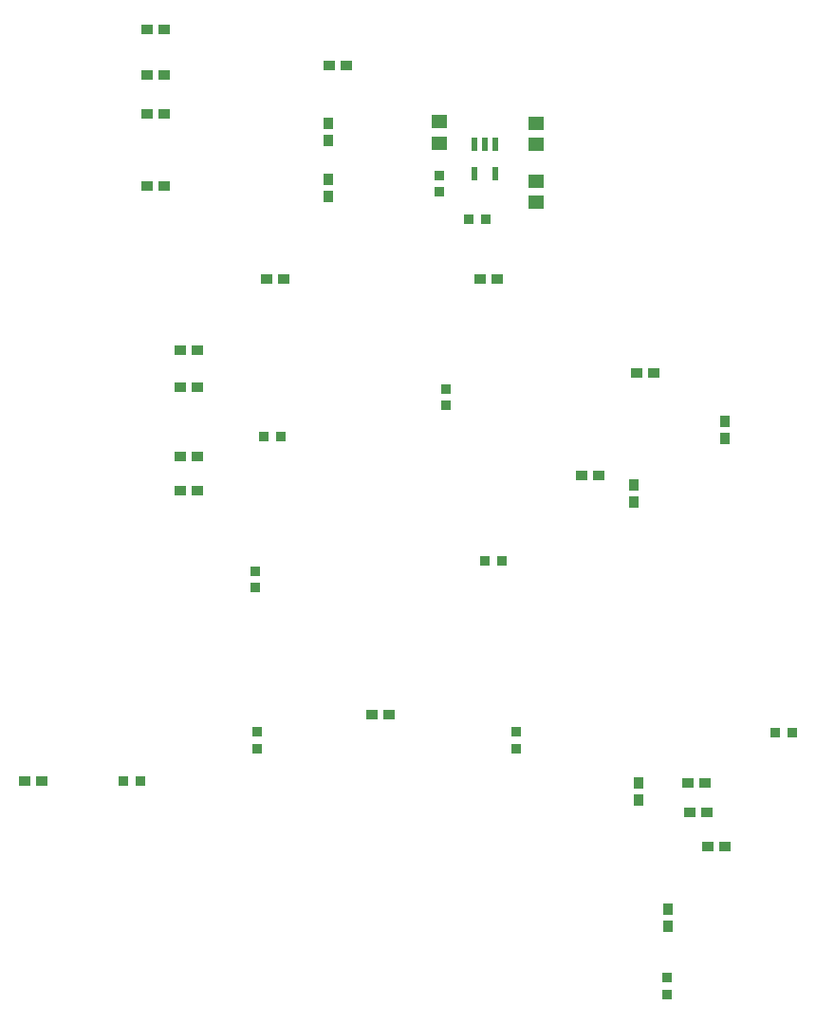
<source format=gbr>
G04*
G04 #@! TF.GenerationSoftware,Altium Limited,Altium Designer,24.4.1 (13)*
G04*
G04 Layer_Color=128*
%FSLAX44Y44*%
%MOMM*%
G71*
G04*
G04 #@! TF.SameCoordinates,292D2D62-A6DC-441A-99C5-A44A3EC90559*
G04*
G04*
G04 #@! TF.FilePolarity,Positive*
G04*
G01*
G75*
%ADD24R,1.0000X0.9500*%
%ADD75R,0.9500X1.0000*%
%ADD76R,0.8890X0.9500*%
%ADD77R,0.9500X0.8890*%
%ADD78R,1.4000X1.2000*%
%ADD79R,0.6200X1.2200*%
D24*
X682110Y774700D02*
D03*
X697110D02*
D03*
X868800Y298450D02*
D03*
X883800D02*
D03*
X562490Y965200D02*
D03*
X547490D02*
D03*
X900310Y267970D02*
D03*
X885310D02*
D03*
X882530Y325120D02*
D03*
X867530D02*
D03*
X600590Y386080D02*
D03*
X585590D02*
D03*
X821810Y690880D02*
D03*
X836810D02*
D03*
X787280Y599440D02*
D03*
X772280D02*
D03*
X429140Y585470D02*
D03*
X414140D02*
D03*
X384930Y996950D02*
D03*
X399930D02*
D03*
X429140Y678180D02*
D03*
X414140D02*
D03*
X399930Y956310D02*
D03*
X384930D02*
D03*
X414140Y711200D02*
D03*
X429140D02*
D03*
X384930Y922020D02*
D03*
X399930D02*
D03*
X414140Y615950D02*
D03*
X429140D02*
D03*
X384930Y857250D02*
D03*
X399930D02*
D03*
X275710Y326390D02*
D03*
X290710D02*
D03*
X491610Y774700D02*
D03*
X506610D02*
D03*
D75*
X900430Y632580D02*
D03*
Y647580D02*
D03*
X822960Y325000D02*
D03*
Y310000D02*
D03*
X819150Y590430D02*
D03*
Y575430D02*
D03*
X546100Y913010D02*
D03*
Y898010D02*
D03*
Y848480D02*
D03*
Y863480D02*
D03*
X849630Y211970D02*
D03*
Y196970D02*
D03*
D76*
X378264Y326472D02*
D03*
X363264D02*
D03*
X945076Y369488D02*
D03*
X960076D02*
D03*
X489146Y633648D02*
D03*
X504146D02*
D03*
X672026Y827958D02*
D03*
X687026D02*
D03*
X700844Y523322D02*
D03*
X685844D02*
D03*
D77*
X645078Y867214D02*
D03*
Y852214D02*
D03*
X651428Y661714D02*
D03*
Y676714D02*
D03*
X481248Y499154D02*
D03*
Y514154D02*
D03*
X482682Y370796D02*
D03*
Y355796D02*
D03*
X713822Y370796D02*
D03*
Y355796D02*
D03*
X848442Y151086D02*
D03*
Y136086D02*
D03*
D78*
X645194Y895966D02*
D03*
Y914966D02*
D03*
X731486Y913784D02*
D03*
Y894784D02*
D03*
Y861714D02*
D03*
Y842714D02*
D03*
D79*
X676274Y868281D02*
D03*
X695274Y894481D02*
D03*
X676274D02*
D03*
X685774D02*
D03*
X695324Y868281D02*
D03*
M02*

</source>
